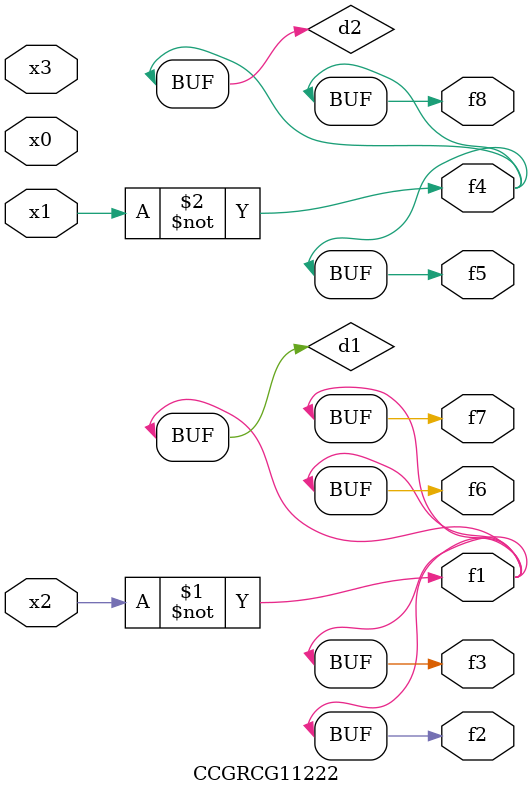
<source format=v>
module CCGRCG11222(
	input x0, x1, x2, x3,
	output f1, f2, f3, f4, f5, f6, f7, f8
);

	wire d1, d2;

	xnor (d1, x2);
	not (d2, x1);
	assign f1 = d1;
	assign f2 = d1;
	assign f3 = d1;
	assign f4 = d2;
	assign f5 = d2;
	assign f6 = d1;
	assign f7 = d1;
	assign f8 = d2;
endmodule

</source>
